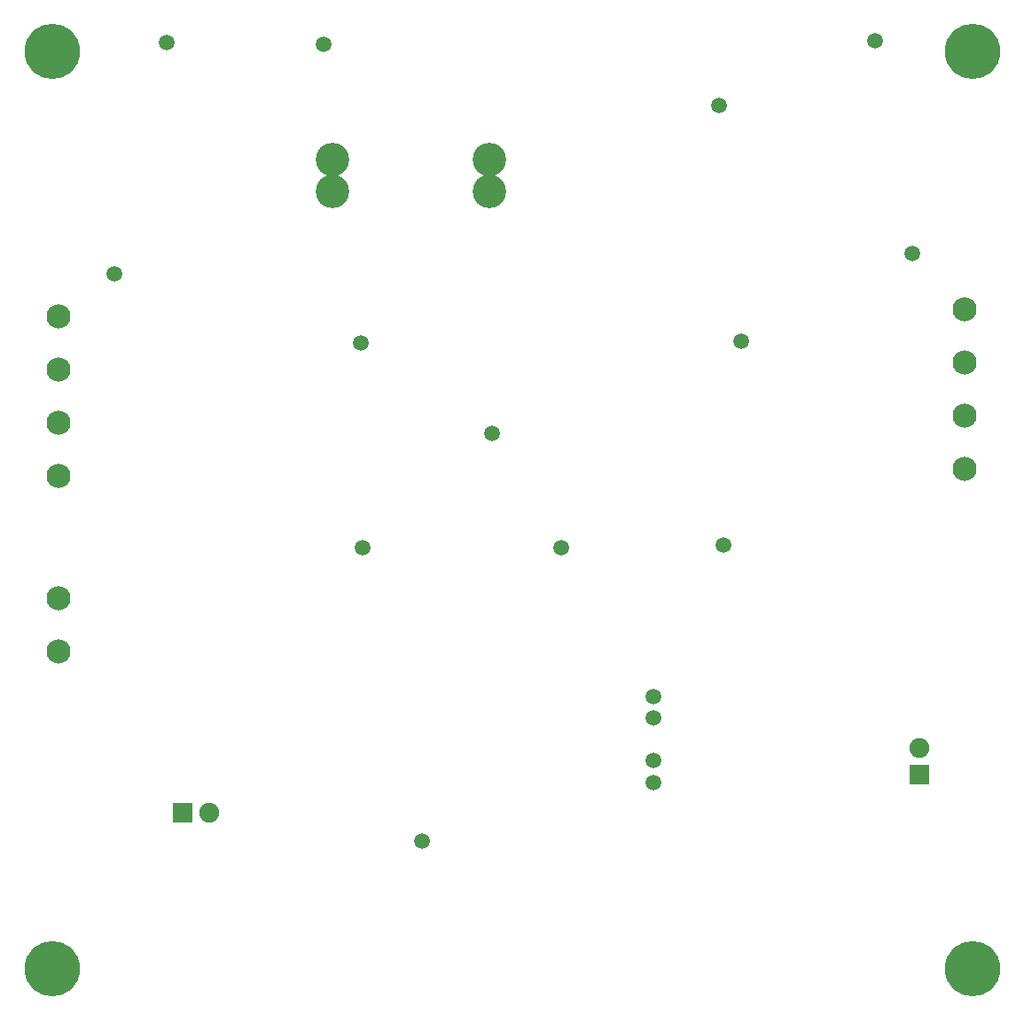
<source format=gbs>
G04*
G04 #@! TF.GenerationSoftware,Altium Limited,Altium Designer,22.0.2 (36)*
G04*
G04 Layer_Color=16711935*
%FSLAX25Y25*%
%MOIN*%
G70*
G04*
G04 #@! TF.SameCoordinates,8DF314AF-FFA0-4F09-AA67-4057F65CF364*
G04*
G04*
G04 #@! TF.FilePolarity,Negative*
G04*
G01*
G75*
%ADD84C,0.05918*%
%ADD85C,0.07493*%
%ADD86R,0.07493X0.07493*%
%ADD87R,0.07493X0.07493*%
%ADD88C,0.09061*%
%ADD89C,0.12611*%
%ADD90C,0.20800*%
D84*
X972500Y1029500D02*
D03*
X1239000Y1030000D02*
D03*
X953000Y942500D02*
D03*
X1068500Y729000D02*
D03*
X1095000Y882500D02*
D03*
X1182000Y840500D02*
D03*
X1155500Y751000D02*
D03*
Y759563D02*
D03*
Y775449D02*
D03*
Y783412D02*
D03*
X1120861Y839482D02*
D03*
X1046316Y839574D02*
D03*
X1045500Y916500D02*
D03*
X1188500Y917000D02*
D03*
X1253000Y950000D02*
D03*
X1180177Y1005800D02*
D03*
X1031740Y1028879D02*
D03*
D85*
X1255500Y764000D02*
D03*
X988587Y739943D02*
D03*
D86*
X1255500Y754000D02*
D03*
D87*
X978587Y739943D02*
D03*
D88*
X932000Y800561D02*
D03*
Y820561D02*
D03*
Y906500D02*
D03*
Y926500D02*
D03*
X1272500Y929000D02*
D03*
Y909000D02*
D03*
X932000Y866500D02*
D03*
Y886500D02*
D03*
X1272500Y889000D02*
D03*
Y869000D02*
D03*
D89*
X1094000Y985500D02*
D03*
X1035000D02*
D03*
Y973500D02*
D03*
X1094000D02*
D03*
D90*
X1275500Y1026000D02*
D03*
X929500D02*
D03*
Y681000D02*
D03*
X1275500D02*
D03*
M02*

</source>
